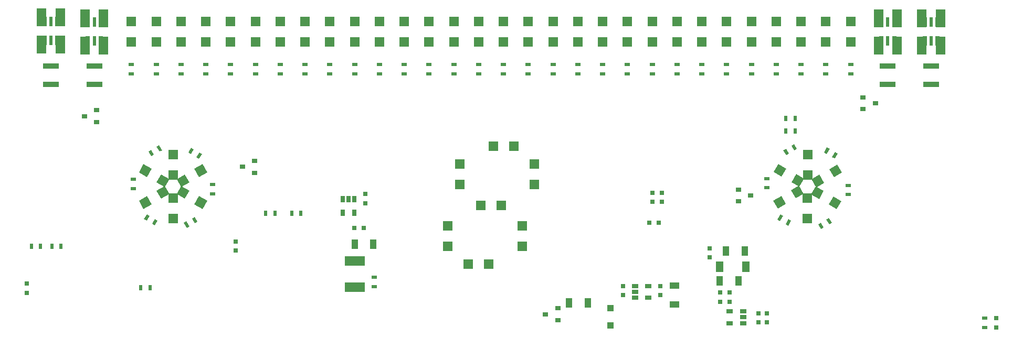
<source format=gtp>
G04 #@! TF.GenerationSoftware,KiCad,Pcbnew,(5.1.9)-1*
G04 #@! TF.CreationDate,2021-02-16T17:27:55-05:00*
G04 #@! TF.ProjectId,FSAE Main Panel,46534145-204d-4616-996e-2050616e656c,rev?*
G04 #@! TF.SameCoordinates,Original*
G04 #@! TF.FileFunction,Paste,Top*
G04 #@! TF.FilePolarity,Positive*
%FSLAX46Y46*%
G04 Gerber Fmt 4.6, Leading zero omitted, Abs format (unit mm)*
G04 Created by KiCad (PCBNEW (5.1.9)-1) date 2021-02-16 17:27:55*
%MOMM*%
%LPD*%
G01*
G04 APERTURE LIST*
%ADD10C,0.100000*%
%ADD11R,0.900000X0.500000*%
%ADD12R,1.500000X1.500000*%
%ADD13R,1.000000X1.600000*%
%ADD14R,0.750000X0.800000*%
%ADD15R,0.800000X0.750000*%
%ADD16R,1.600000X1.000000*%
%ADD17R,1.100000X1.100000*%
%ADD18R,1.500000X3.000000*%
%ADD19R,0.800000X1.650000*%
%ADD20R,0.600000X1.650000*%
%ADD21R,3.200000X1.500000*%
%ADD22R,1.250000X1.700000*%
%ADD23R,0.900000X0.800000*%
%ADD24R,0.500000X0.900000*%
%ADD25R,2.500000X0.900000*%
%ADD26R,1.060000X0.650000*%
%ADD27R,0.650000X1.060000*%
G04 APERTURE END LIST*
D10*
G36*
X127919520Y-98694327D02*
G01*
X127469520Y-99473749D01*
X127036508Y-99223749D01*
X127486508Y-98444327D01*
X127919520Y-98694327D01*
G37*
G36*
X129218558Y-99444327D02*
G01*
X128768558Y-100223749D01*
X128335546Y-99973749D01*
X128785546Y-99194327D01*
X129218558Y-99444327D01*
G37*
D11*
X125276533Y-92814038D03*
X125276533Y-94314038D03*
D10*
G36*
X129506013Y-88349711D02*
G01*
X129056013Y-87570289D01*
X129489025Y-87320289D01*
X129939025Y-88099711D01*
X129506013Y-88349711D01*
G37*
G36*
X128206975Y-89099711D02*
G01*
X127756975Y-88320289D01*
X128189987Y-88070289D01*
X128639987Y-88849711D01*
X128206975Y-89099711D01*
G37*
G36*
X135478480Y-89265673D02*
G01*
X135928480Y-88486251D01*
X136361492Y-88736251D01*
X135911492Y-89515673D01*
X135478480Y-89265673D01*
G37*
G36*
X134179442Y-88515673D02*
G01*
X134629442Y-87736251D01*
X135062454Y-87986251D01*
X134612454Y-88765673D01*
X134179442Y-88515673D01*
G37*
D11*
X138121467Y-95145962D03*
X138121467Y-93645962D03*
X227486642Y-92682878D03*
X227486642Y-94182878D03*
D10*
G36*
X231905655Y-88152589D02*
G01*
X231455655Y-87373167D01*
X231888667Y-87123167D01*
X232338667Y-87902589D01*
X231905655Y-88152589D01*
G37*
G36*
X230606617Y-88902589D02*
G01*
X230156617Y-88123167D01*
X230589629Y-87873167D01*
X231039629Y-88652589D01*
X230606617Y-88902589D01*
G37*
G36*
X238030013Y-89199711D02*
G01*
X238480013Y-88420289D01*
X238913025Y-88670289D01*
X238463025Y-89449711D01*
X238030013Y-89199711D01*
G37*
G36*
X236730975Y-88449711D02*
G01*
X237180975Y-87670289D01*
X237613987Y-87920289D01*
X237163987Y-88699711D01*
X236730975Y-88449711D01*
G37*
D11*
X240635358Y-95277122D03*
X240635358Y-93777122D03*
D10*
G36*
X236216345Y-99807411D02*
G01*
X236666345Y-100586833D01*
X236233333Y-100836833D01*
X235783333Y-100057411D01*
X236216345Y-99807411D01*
G37*
G36*
X237515383Y-99057411D02*
G01*
X237965383Y-99836833D01*
X237532371Y-100086833D01*
X237082371Y-99307411D01*
X237515383Y-99057411D01*
G37*
G36*
X229827668Y-95487653D02*
G01*
X230577668Y-96786691D01*
X229278630Y-97536691D01*
X228528630Y-96237653D01*
X229827668Y-95487653D01*
G37*
G36*
X232685552Y-93837653D02*
G01*
X233435552Y-95136691D01*
X232136514Y-95886691D01*
X231386514Y-94587653D01*
X232685552Y-93837653D01*
G37*
G36*
X230638668Y-91067653D02*
G01*
X229888668Y-92366691D01*
X228589630Y-91616691D01*
X229339630Y-90317653D01*
X230638668Y-91067653D01*
G37*
G36*
X233496552Y-92717653D02*
G01*
X232746552Y-94016691D01*
X231447514Y-93266691D01*
X232197514Y-91967653D01*
X233496552Y-92717653D01*
G37*
D12*
X234122000Y-88810000D03*
X234122000Y-92110000D03*
D10*
G36*
X238294332Y-92472347D02*
G01*
X237544332Y-91173309D01*
X238843370Y-90423309D01*
X239593370Y-91722347D01*
X238294332Y-92472347D01*
G37*
G36*
X235436448Y-94122347D02*
G01*
X234686448Y-92823309D01*
X235985486Y-92073309D01*
X236735486Y-93372347D01*
X235436448Y-94122347D01*
G37*
G36*
X237483332Y-96892347D02*
G01*
X238233332Y-95593309D01*
X239532370Y-96343309D01*
X238782370Y-97642347D01*
X237483332Y-96892347D01*
G37*
G36*
X234625448Y-95242347D02*
G01*
X235375448Y-93943309D01*
X236674486Y-94693309D01*
X235924486Y-95992347D01*
X234625448Y-95242347D01*
G37*
G36*
X130354552Y-93891347D02*
G01*
X131104552Y-95190385D01*
X129805514Y-95940385D01*
X129055514Y-94641347D01*
X130354552Y-93891347D01*
G37*
G36*
X127496668Y-95541347D02*
G01*
X128246668Y-96840385D01*
X126947630Y-97590385D01*
X126197630Y-96291347D01*
X127496668Y-95541347D01*
G37*
G36*
X131103552Y-92771347D02*
G01*
X130353552Y-94070385D01*
X129054514Y-93320385D01*
X129804514Y-92021347D01*
X131103552Y-92771347D01*
G37*
G36*
X128245668Y-91121347D02*
G01*
X127495668Y-92420385D01*
X126196630Y-91670385D01*
X126946630Y-90371347D01*
X128245668Y-91121347D01*
G37*
D12*
X131698000Y-92110000D03*
X131698000Y-88810000D03*
D10*
G36*
X133043448Y-94068653D02*
G01*
X132293448Y-92769615D01*
X133592486Y-92019615D01*
X134342486Y-93318653D01*
X133043448Y-94068653D01*
G37*
G36*
X135901332Y-92418653D02*
G01*
X135151332Y-91119615D01*
X136450370Y-90369615D01*
X137200370Y-91668653D01*
X135901332Y-92418653D01*
G37*
G36*
X132294448Y-95188653D02*
G01*
X133044448Y-93889615D01*
X134343486Y-94639615D01*
X133593486Y-95938653D01*
X132294448Y-95188653D01*
G37*
G36*
X135152332Y-96838653D02*
G01*
X135902332Y-95539615D01*
X137201370Y-96289615D01*
X136451370Y-97588653D01*
X135152332Y-96838653D01*
G37*
D13*
X220900000Y-104400000D03*
X223900000Y-104400000D03*
D14*
X218300000Y-103950000D03*
X218300000Y-105450000D03*
D15*
X210050000Y-99800000D03*
X208550000Y-99800000D03*
X210550000Y-95000000D03*
X209050000Y-95000000D03*
X209050000Y-96400000D03*
X210550000Y-96400000D03*
D14*
X141800000Y-104350000D03*
X141800000Y-102850000D03*
X108100000Y-109650000D03*
X108100000Y-111150000D03*
X264500000Y-115250000D03*
X264500000Y-116750000D03*
D13*
X198600000Y-112800000D03*
X195600000Y-112800000D03*
D14*
X227500000Y-115950000D03*
X227500000Y-114450000D03*
X226100000Y-115950000D03*
X226100000Y-114450000D03*
D15*
X219950000Y-112600000D03*
X221450000Y-112600000D03*
X221450000Y-111100000D03*
X219950000Y-111100000D03*
D13*
X219900000Y-109200000D03*
X222900000Y-109200000D03*
D14*
X204300000Y-111550000D03*
X204300000Y-110050000D03*
X210300000Y-110050000D03*
X210300000Y-111550000D03*
D16*
X212600000Y-110000000D03*
X212600000Y-113000000D03*
D14*
X162700000Y-96650000D03*
X162700000Y-95150000D03*
D15*
X160950000Y-100700000D03*
X162450000Y-100700000D03*
D13*
X161000000Y-103300000D03*
X164000000Y-103300000D03*
D17*
X202300000Y-113600000D03*
X202300000Y-116400000D03*
D11*
X164190000Y-110170000D03*
X164190000Y-108670000D03*
D12*
X125000000Y-67350000D03*
X125000000Y-70650000D03*
X129000000Y-67350000D03*
X129000000Y-70650000D03*
X133000000Y-70650000D03*
X133000000Y-67350000D03*
X137000000Y-67350000D03*
X137000000Y-70650000D03*
X141000000Y-70650000D03*
X141000000Y-67350000D03*
X145000000Y-67350000D03*
X145000000Y-70650000D03*
X149000000Y-70650000D03*
X149000000Y-67350000D03*
X153000000Y-67350000D03*
X153000000Y-70650000D03*
X157000000Y-67350000D03*
X157000000Y-70650000D03*
X161000000Y-70650000D03*
X161000000Y-67350000D03*
X165000000Y-67350000D03*
X165000000Y-70650000D03*
X169000000Y-70650000D03*
X169000000Y-67350000D03*
X173000000Y-70650000D03*
X173000000Y-67350000D03*
X177000000Y-70650000D03*
X177000000Y-67350000D03*
X181000000Y-70650000D03*
X181000000Y-67350000D03*
X185000000Y-67350000D03*
X185000000Y-70650000D03*
X189000000Y-70650000D03*
X189000000Y-67350000D03*
X193000000Y-67350000D03*
X193000000Y-70650000D03*
X197000000Y-67350000D03*
X197000000Y-70650000D03*
X201000000Y-67350000D03*
X201000000Y-70650000D03*
X205000000Y-70650000D03*
X205000000Y-67350000D03*
X209000000Y-67350000D03*
X209000000Y-70650000D03*
X213000000Y-70650000D03*
X213000000Y-67350000D03*
X217000000Y-70650000D03*
X217000000Y-67350000D03*
X221000000Y-67350000D03*
X221000000Y-70650000D03*
X225000000Y-70650000D03*
X225000000Y-67350000D03*
X229000000Y-67350000D03*
X229000000Y-70650000D03*
X233000000Y-70650000D03*
X233000000Y-67350000D03*
X237000000Y-70650000D03*
X237000000Y-67350000D03*
X241000000Y-67350000D03*
X241000000Y-70650000D03*
D18*
X113500000Y-71058000D03*
X113500000Y-66658000D03*
X110500000Y-66658000D03*
X110500000Y-71058000D03*
D19*
X110950000Y-70358000D03*
X113050000Y-70358000D03*
X113050000Y-67308000D03*
X110950000Y-67308000D03*
D20*
X112000000Y-67308000D03*
X112000000Y-70358000D03*
X119000000Y-70485000D03*
X119000000Y-67435000D03*
D19*
X117950000Y-67435000D03*
X120050000Y-67435000D03*
X120050000Y-70485000D03*
X117950000Y-70485000D03*
D18*
X117500000Y-71185000D03*
X117500000Y-66785000D03*
X120500000Y-66785000D03*
X120500000Y-71185000D03*
D20*
X254000000Y-70485000D03*
X254000000Y-67435000D03*
D19*
X252950000Y-67435000D03*
X255050000Y-67435000D03*
X255050000Y-70485000D03*
X252950000Y-70485000D03*
D18*
X252500000Y-71185000D03*
X252500000Y-66785000D03*
X255500000Y-66785000D03*
X255500000Y-71185000D03*
X248500000Y-71185000D03*
X248500000Y-66785000D03*
X245500000Y-66785000D03*
X245500000Y-71185000D03*
D19*
X245950000Y-70485000D03*
X248050000Y-70485000D03*
X248050000Y-67435000D03*
X245950000Y-67435000D03*
D20*
X247000000Y-67435000D03*
X247000000Y-70485000D03*
D12*
X183350000Y-87500000D03*
X186650000Y-87500000D03*
X190000000Y-90350000D03*
X190000000Y-93650000D03*
X188000000Y-100350000D03*
X188000000Y-103650000D03*
X182650000Y-106500000D03*
X179350000Y-106500000D03*
X176000000Y-103650000D03*
X176000000Y-100350000D03*
X178000000Y-93650000D03*
X178000000Y-90350000D03*
X184650000Y-97000000D03*
X181350000Y-97000000D03*
X131700000Y-99150000D03*
X131700000Y-95850000D03*
X234000000Y-95850000D03*
X234000000Y-99150000D03*
D21*
X161000000Y-106000000D03*
X161000000Y-110200000D03*
D22*
X219870000Y-106900000D03*
X224130000Y-106900000D03*
D23*
X193800000Y-115550000D03*
X193800000Y-113650000D03*
X191800000Y-114600000D03*
X144900000Y-91750000D03*
X144900000Y-89850000D03*
X142900000Y-90800000D03*
X224900000Y-95400000D03*
X222900000Y-96350000D03*
X222900000Y-94450000D03*
X117400000Y-82600000D03*
X119400000Y-81650000D03*
X119400000Y-83550000D03*
X245000000Y-80500000D03*
X243000000Y-81450000D03*
X243000000Y-79550000D03*
D24*
X152350000Y-98300000D03*
X150850000Y-98300000D03*
X146650000Y-98300000D03*
X148150000Y-98300000D03*
X112150000Y-103600000D03*
X113650000Y-103600000D03*
X110350000Y-103600000D03*
X108850000Y-103600000D03*
X126500000Y-110300000D03*
X128000000Y-110300000D03*
D11*
X262600000Y-115250000D03*
X262600000Y-116750000D03*
X125000000Y-75750000D03*
X125000000Y-74250000D03*
X129000000Y-74250000D03*
X129000000Y-75750000D03*
X133000000Y-74250000D03*
X133000000Y-75750000D03*
X137000000Y-74250000D03*
X137000000Y-75750000D03*
X141000000Y-74250000D03*
X141000000Y-75750000D03*
X145000000Y-75750000D03*
X145000000Y-74250000D03*
X149000000Y-74250000D03*
X149000000Y-75750000D03*
X153000000Y-74250000D03*
X153000000Y-75750000D03*
X157000000Y-75750000D03*
X157000000Y-74250000D03*
X161000000Y-74250000D03*
X161000000Y-75750000D03*
X165000000Y-75750000D03*
X165000000Y-74250000D03*
X169000000Y-74250000D03*
X169000000Y-75750000D03*
X173000000Y-75750000D03*
X173000000Y-74250000D03*
X177000000Y-75750000D03*
X177000000Y-74250000D03*
X181000000Y-74250000D03*
X181000000Y-75750000D03*
X185000000Y-75750000D03*
X185000000Y-74250000D03*
X189000000Y-74250000D03*
X189000000Y-75750000D03*
X193000000Y-75750000D03*
X193000000Y-74250000D03*
X197000000Y-75750000D03*
X197000000Y-74250000D03*
X201000000Y-74250000D03*
X201000000Y-75750000D03*
X205000000Y-75750000D03*
X205000000Y-74250000D03*
X209000000Y-74250000D03*
X209000000Y-75750000D03*
X213000000Y-74250000D03*
X213000000Y-75750000D03*
X217000000Y-75750000D03*
X217000000Y-74250000D03*
X221000000Y-74250000D03*
X221000000Y-75750000D03*
X225000000Y-75750000D03*
X225000000Y-74250000D03*
X229000000Y-74250000D03*
X229000000Y-75750000D03*
X233000000Y-75750000D03*
X233000000Y-74250000D03*
X237000000Y-74250000D03*
X237000000Y-75750000D03*
X241000000Y-75750000D03*
X241000000Y-74250000D03*
D24*
X232050000Y-83000000D03*
X230550000Y-83000000D03*
X230550000Y-85000000D03*
X232050000Y-85000000D03*
D25*
X112000000Y-77450000D03*
X112000000Y-74550000D03*
X119000000Y-74550000D03*
X119000000Y-77450000D03*
X254000000Y-74550000D03*
X254000000Y-77450000D03*
X247000000Y-77450000D03*
X247000000Y-74550000D03*
D10*
G36*
X135191025Y-98860289D02*
G01*
X135641025Y-99639711D01*
X135208013Y-99889711D01*
X134758013Y-99110289D01*
X135191025Y-98860289D01*
G37*
G36*
X133891987Y-99610289D02*
G01*
X134341987Y-100389711D01*
X133908975Y-100639711D01*
X133458975Y-99860289D01*
X133891987Y-99610289D01*
G37*
G36*
X231391025Y-99510289D02*
G01*
X230941025Y-100289711D01*
X230508013Y-100039711D01*
X230958013Y-99260289D01*
X231391025Y-99510289D01*
G37*
G36*
X230091987Y-98760289D02*
G01*
X229641987Y-99539711D01*
X229208975Y-99289711D01*
X229658975Y-98510289D01*
X230091987Y-98760289D01*
G37*
D26*
X223700000Y-116050000D03*
X223700000Y-115100000D03*
X223700000Y-114150000D03*
X221500000Y-114150000D03*
X221500000Y-116050000D03*
X206200000Y-110050000D03*
X206200000Y-111000000D03*
X206200000Y-111950000D03*
X208400000Y-111950000D03*
X208400000Y-110050000D03*
D27*
X160950000Y-98200000D03*
X159050000Y-98200000D03*
X159050000Y-96000000D03*
X160000000Y-96000000D03*
X160950000Y-96000000D03*
M02*

</source>
